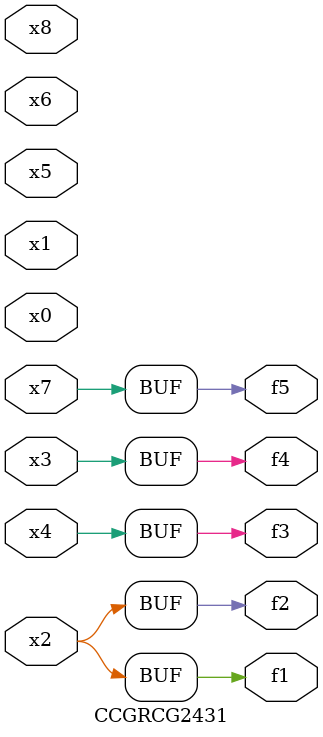
<source format=v>
module CCGRCG2431(
	input x0, x1, x2, x3, x4, x5, x6, x7, x8,
	output f1, f2, f3, f4, f5
);
	assign f1 = x2;
	assign f2 = x2;
	assign f3 = x4;
	assign f4 = x3;
	assign f5 = x7;
endmodule

</source>
